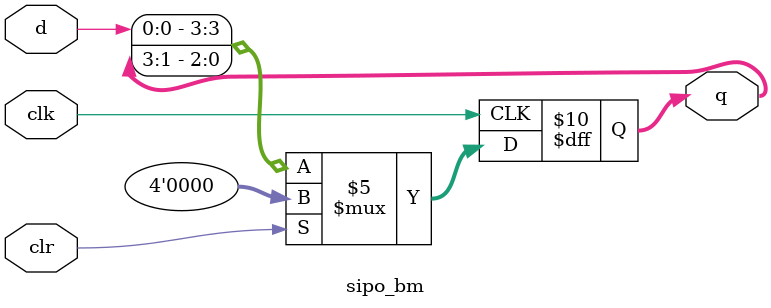
<source format=v>

module sipo_bm(clk,clr,d,q);
input clk,d,clr;
output reg [3:0]q;
reg [3:0]tmp;
always@ (posedge clk)
if (clr==1)
q=4'b0000;
else
begin
tmp=q>>1;
q={d,tmp[2:0]};
end
endmodule

</source>
